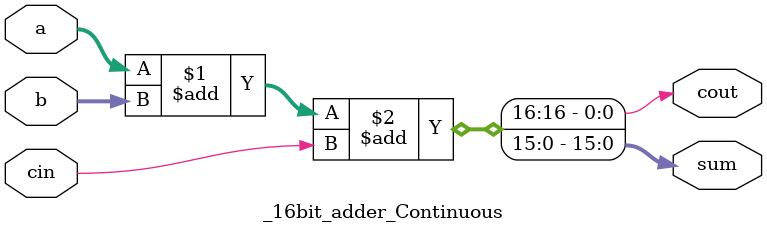
<source format=v>
`timescale 1ns / 1ps
module _16bit_adder_Continuous (sum, cout, a, b, cin);
//port declaration

	input [15:0] a, b;
    input cin;
    output [15:0] sum;
    output cout;


// behavior description
	assign {cout,sum} = a+b+cin;
	
endmodule

</source>
